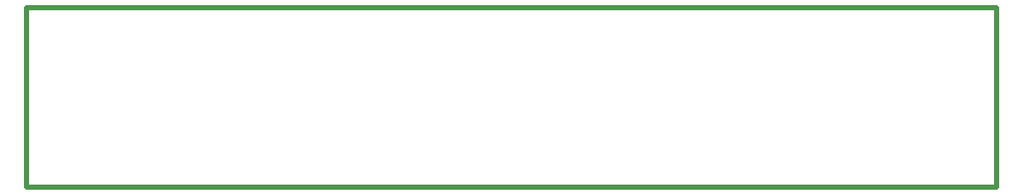
<source format=gbo>
G04 Layer: BottomSilkscreenLayer*
G04 EasyEDA v6.4.31, 2022-02-20 19:53:06*
G04 ab3af4ecd5ab4803ab176bb446d861a8,e2c35ec14d3a475c8af15a16e8970ea9,10*
G04 Gerber Generator version 0.2*
G04 Scale: 100 percent, Rotated: No, Reflected: No *
G04 Dimensions in millimeters *
G04 leading zeros omitted , absolute positions ,4 integer and 5 decimal *
%FSLAX45Y45*%
%MOMM*%

%ADD12C,0.5000*%

%LPD*%
D12*
X750011Y-460502D02*
G01*
X10350017Y-460502D01*
X10350017Y-2239492D01*
X750011Y-2239492D01*
X750011Y-460502D01*
M02*

</source>
